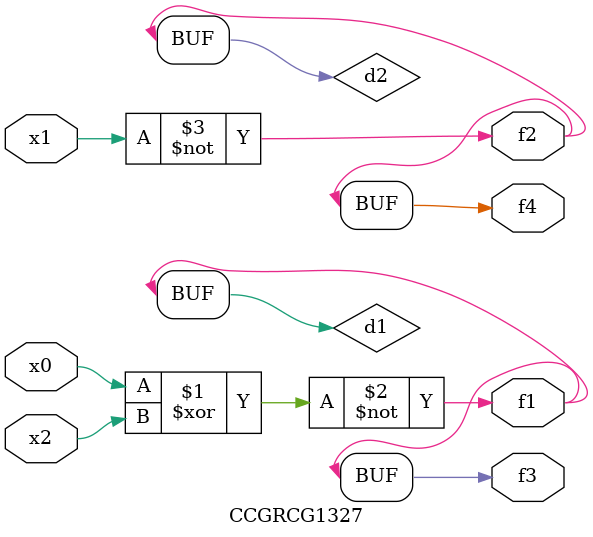
<source format=v>
module CCGRCG1327(
	input x0, x1, x2,
	output f1, f2, f3, f4
);

	wire d1, d2, d3;

	xnor (d1, x0, x2);
	nand (d2, x1);
	nor (d3, x1, x2);
	assign f1 = d1;
	assign f2 = d2;
	assign f3 = d1;
	assign f4 = d2;
endmodule

</source>
